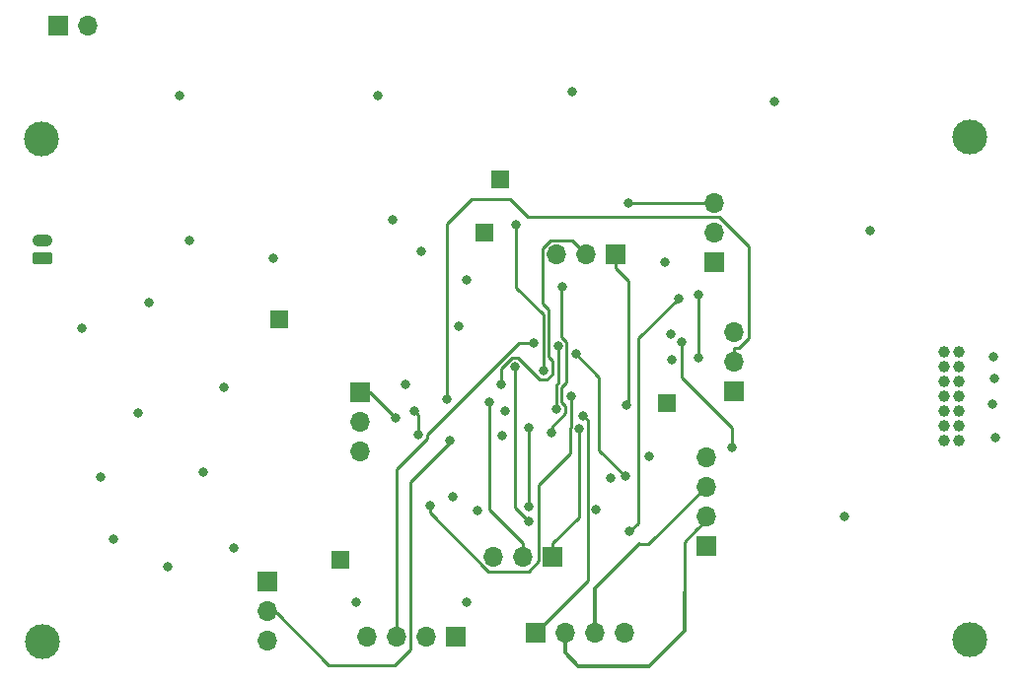
<source format=gbr>
%TF.GenerationSoftware,KiCad,Pcbnew,8.0.6*%
%TF.CreationDate,2024-12-13T11:58:04-05:00*%
%TF.ProjectId,11_9_design,31315f39-5f64-4657-9369-676e2e6b6963,v6*%
%TF.SameCoordinates,Original*%
%TF.FileFunction,Copper,L4,Bot*%
%TF.FilePolarity,Positive*%
%FSLAX46Y46*%
G04 Gerber Fmt 4.6, Leading zero omitted, Abs format (unit mm)*
G04 Created by KiCad (PCBNEW 8.0.6) date 2024-12-13 11:58:04*
%MOMM*%
%LPD*%
G01*
G04 APERTURE LIST*
G04 Aperture macros list*
%AMRoundRect*
0 Rectangle with rounded corners*
0 $1 Rounding radius*
0 $2 $3 $4 $5 $6 $7 $8 $9 X,Y pos of 4 corners*
0 Add a 4 corners polygon primitive as box body*
4,1,4,$2,$3,$4,$5,$6,$7,$8,$9,$2,$3,0*
0 Add four circle primitives for the rounded corners*
1,1,$1+$1,$2,$3*
1,1,$1+$1,$4,$5*
1,1,$1+$1,$6,$7*
1,1,$1+$1,$8,$9*
0 Add four rect primitives between the rounded corners*
20,1,$1+$1,$2,$3,$4,$5,0*
20,1,$1+$1,$4,$5,$6,$7,0*
20,1,$1+$1,$6,$7,$8,$9,0*
20,1,$1+$1,$8,$9,$2,$3,0*%
G04 Aperture macros list end*
%TA.AperFunction,ComponentPad*%
%ADD10C,3.000000*%
%TD*%
%TA.AperFunction,ComponentPad*%
%ADD11C,1.000000*%
%TD*%
%TA.AperFunction,ComponentPad*%
%ADD12R,1.700000X1.700000*%
%TD*%
%TA.AperFunction,ComponentPad*%
%ADD13O,1.700000X1.700000*%
%TD*%
%TA.AperFunction,ComponentPad*%
%ADD14RoundRect,0.250000X0.615000X-0.265000X0.615000X0.265000X-0.615000X0.265000X-0.615000X-0.265000X0*%
%TD*%
%TA.AperFunction,ComponentPad*%
%ADD15O,1.730000X1.030000*%
%TD*%
%TA.AperFunction,ComponentPad*%
%ADD16RoundRect,0.250000X-0.550000X-0.550000X0.550000X-0.550000X0.550000X0.550000X-0.550000X0.550000X0*%
%TD*%
%TA.AperFunction,ViaPad*%
%ADD17C,0.800000*%
%TD*%
%TA.AperFunction,Conductor*%
%ADD18C,0.250000*%
%TD*%
%TA.AperFunction,Conductor*%
%ADD19C,0.300000*%
%TD*%
G04 APERTURE END LIST*
D10*
%TO.P,,*%
%TO.N,GND*%
X135300000Y-88900000D03*
%TD*%
%TO.P,,*%
%TO.N,GND*%
X135300000Y-132100000D03*
%TD*%
%TO.P,,*%
%TO.N,GND*%
X55700000Y-132200000D03*
%TD*%
%TO.P,,*%
%TO.N,GND*%
X55650000Y-89050000D03*
%TD*%
D11*
%TO.P,J12,1,Pin_1*%
%TO.N,unconnected-(J12-Pin_1-Pad1)*%
X134320000Y-107380000D03*
%TO.P,J12,2,Pin_2*%
%TO.N,unconnected-(J12-Pin_2-Pad2)*%
X133050000Y-107380000D03*
%TO.P,J12,3,Pin_3*%
%TO.N,+3.3V*%
X134320000Y-108650000D03*
%TO.P,J12,4,Pin_4*%
%TO.N,Net-(J12-Pin_4)*%
X133050000Y-108650000D03*
%TO.P,J12,5,Pin_5*%
%TO.N,GND*%
X134320000Y-109920000D03*
%TO.P,J12,6,Pin_6*%
%TO.N,Net-(J12-Pin_6)*%
X133050000Y-109920000D03*
%TO.P,J12,7,Pin_7*%
%TO.N,GND*%
X134320000Y-111190000D03*
%TO.P,J12,8,Pin_8*%
%TO.N,Net-(J12-Pin_8)*%
X133050000Y-111190000D03*
%TO.P,J12,9,Pin_9*%
%TO.N,unconnected-(J12-Pin_9-Pad9)*%
X134320000Y-112460000D03*
%TO.P,J12,10,Pin_10*%
%TO.N,unconnected-(J12-Pin_10-Pad10)*%
X133050000Y-112460000D03*
%TO.P,J12,11,Pin_11*%
%TO.N,GND*%
X134320000Y-113730000D03*
%TO.P,J12,12,Pin_12*%
%TO.N,Net-(J12-Pin_12)*%
X133050000Y-113730000D03*
%TO.P,J12,13,Pin_13*%
%TO.N,/A1_UART4_RX*%
X134320000Y-115000000D03*
%TO.P,J12,14,Pin_14*%
%TO.N,/A0_UART4_TX*%
X133050000Y-115000000D03*
%TD*%
D12*
%TO.P,J5,1,Pin_1*%
%TO.N,Net-(J5-Pin_1)*%
X57075000Y-79350000D03*
D13*
%TO.P,J5,2,Pin_2*%
%TO.N,GPIO_OUT_C15*%
X59615000Y-79350000D03*
%TD*%
D12*
%TO.P,J4,1,Pin_1*%
%TO.N,/A0_UART4_TX*%
X82918300Y-110840000D03*
D13*
%TO.P,J4,2,Pin_2*%
%TO.N,/A1_UART4_RX*%
X82918300Y-113380000D03*
%TO.P,J4,3,Pin_3*%
%TO.N,GND*%
X82918300Y-115920000D03*
%TD*%
D14*
%TO.P,J11,1,Pin_1*%
%TO.N,Net-(J11-Pin_1)*%
X55718300Y-99280000D03*
D15*
%TO.P,J11,2,Pin_2*%
%TO.N,GND*%
X55718300Y-97780000D03*
%TD*%
D16*
%TO.P,J7,1,Pin_1*%
%TO.N,Net-(J7-Pin_1)*%
X93650000Y-97100000D03*
%TD*%
D12*
%TO.P,J1,1,Pin_1*%
%TO.N,GPIO_OUT_B15*%
X98010000Y-131450000D03*
D13*
%TO.P,J1,2,Pin_2*%
%TO.N,/I2C4_SCL*%
X100550000Y-131450000D03*
%TO.P,J1,3,Pin_3*%
%TO.N,/I2C4_SDA*%
X103090000Y-131450000D03*
%TO.P,J1,4,Pin_4*%
%TO.N,GND*%
X105630000Y-131450000D03*
%TD*%
D12*
%TO.P,J2,1,Pin_1*%
%TO.N,+5V*%
X91168300Y-131830000D03*
D13*
%TO.P,J2,2,Pin_2*%
%TO.N,/I2C3_SCL*%
X88628300Y-131830000D03*
%TO.P,J2,3,Pin_3*%
%TO.N,/I2C3_SDA*%
X86088300Y-131830000D03*
%TO.P,J2,4,Pin_4*%
%TO.N,GND*%
X83548300Y-131830000D03*
%TD*%
D12*
%TO.P,J10,1,Pin_1*%
%TO.N,GPIO_OUT_B13*%
X115068300Y-110705000D03*
D13*
%TO.P,J10,2,Pin_2*%
%TO.N,/ADC1_IN3*%
X115068300Y-108165000D03*
%TO.P,J10,3,Pin_3*%
%TO.N,GND*%
X115068300Y-105625000D03*
%TD*%
D16*
%TO.P,J15,1,Pin_1*%
%TO.N,/STM_CLK*%
X109318300Y-111780000D03*
%TD*%
D12*
%TO.P,J6,1,Pin_1*%
%TO.N,GPIO_OUT_B14*%
X104893300Y-98980000D03*
D13*
%TO.P,J6,2,Pin_2*%
%TO.N,/ADC1_IN1*%
X102353300Y-98980000D03*
%TO.P,J6,3,Pin_3*%
%TO.N,GND*%
X99813300Y-98980000D03*
%TD*%
D12*
%TO.P,J3,1,Pin_1*%
%TO.N,GPIO_OUT_C14*%
X112638300Y-123980000D03*
D13*
%TO.P,J3,2,Pin_2*%
%TO.N,/I2C4_SCL*%
X112638300Y-121440000D03*
%TO.P,J3,3,Pin_3*%
%TO.N,/I2C4_SDA*%
X112638300Y-118900000D03*
%TO.P,J3,4,Pin_4*%
%TO.N,GND*%
X112638300Y-116360000D03*
%TD*%
D12*
%TO.P,J23,1,Pin_1*%
%TO.N,/GPIO_OUT_A15*%
X113318300Y-99605000D03*
D13*
%TO.P,J23,2,Pin_2*%
%TO.N,/GPIO_OUT_C12*%
X113318300Y-97065000D03*
%TO.P,J23,3,Pin_3*%
%TO.N,/GPIO_OUT_B6*%
X113318300Y-94525000D03*
%TD*%
D12*
%TO.P,J9,1,Pin_1*%
%TO.N,GPIO_OUT_B12*%
X99508300Y-124980000D03*
D13*
%TO.P,J9,2,Pin_2*%
%TO.N,/ADC1_IN4*%
X96968300Y-124980000D03*
%TO.P,J9,3,Pin_3*%
%TO.N,GND*%
X94428300Y-124980000D03*
%TD*%
D16*
%TO.P,J13,1,Pin_1*%
%TO.N,+5V*%
X81268300Y-125180000D03*
%TD*%
%TO.P,J14,1,Pin_1*%
%TO.N,+3.3V*%
X95000000Y-92500000D03*
%TD*%
%TO.P,J8,1,Pin_1*%
%TO.N,GND*%
X76000000Y-104550000D03*
%TD*%
D12*
%TO.P,J22,1,Pin_1*%
%TO.N,/GPIO_IN_A3*%
X75018300Y-127080000D03*
D13*
%TO.P,J22,2,Pin_2*%
%TO.N,/GPIO_IN_A2*%
X75018300Y-129620000D03*
%TO.P,J22,3,Pin_3*%
%TO.N,/GPIO_IN_A4*%
X75018300Y-132160000D03*
%TD*%
D17*
%TO.N,GND*%
X137250000Y-111800000D03*
X137450000Y-114750000D03*
X67500000Y-85300000D03*
X137400000Y-109650000D03*
%TO.N,+3.3V*%
X137300000Y-107750000D03*
%TO.N,GND*%
X118496600Y-85805700D03*
X95168300Y-114530000D03*
X84443200Y-85346600D03*
X71318300Y-110430000D03*
X69518300Y-117680000D03*
X101196600Y-84950000D03*
X107768300Y-116330000D03*
X109718300Y-108030000D03*
X124500000Y-121450000D03*
X66468300Y-125780000D03*
X72100000Y-124150000D03*
X92118300Y-101180000D03*
X61768300Y-123430000D03*
X68350000Y-97800000D03*
X64868300Y-103130000D03*
X95418300Y-112405000D03*
X63950000Y-112600000D03*
X103210200Y-120887200D03*
%TO.N,+3.3VA*%
X87645200Y-112391600D03*
X87986300Y-114449700D03*
%TO.N,/NRST*%
X110568300Y-106527400D03*
X114850000Y-115533200D03*
%TO.N,+5V*%
X60668300Y-118130000D03*
X82650000Y-128850000D03*
X92118300Y-128830000D03*
%TO.N,/I2C3_SDA*%
X97900000Y-106575000D03*
%TO.N,/GPIO_OUT_B6*%
X106000000Y-94600000D03*
%TO.N,/ADC1_IN4*%
X94069600Y-111630000D03*
%TO.N,/ADC1_IN1*%
X95048500Y-110131600D03*
%TO.N,/ADC1_IN3*%
X90377200Y-111374700D03*
%TO.N,/SW_DIO*%
X112015900Y-107862400D03*
X112015900Y-102462100D03*
%TO.N,GPIO_OUT_B15*%
X102093500Y-112825600D03*
%TO.N,GPIO_OUT_C14*%
X96239300Y-108581600D03*
X97400000Y-121900000D03*
%TO.N,GPIO_OUT_B14*%
X105845600Y-111945600D03*
%TO.N,/A0_UART4_TX*%
X85993900Y-113026700D03*
%TO.N,/A1_UART4_RX*%
X97416900Y-113869000D03*
X97416900Y-120650000D03*
%TO.N,GPIO_OUT_B12*%
X101758783Y-113951490D03*
%TO.N,GPIO_IN_B1*%
X99350000Y-114300000D03*
X100350000Y-101750000D03*
%TO.N,GPIO_IN_A10*%
X98713200Y-108984700D03*
X96350000Y-96450000D03*
%TO.N,GPIO_IN_B2*%
X106113900Y-122791100D03*
X110294300Y-102744300D03*
%TO.N,+3.3V*%
X126750000Y-96950000D03*
X75518300Y-99330000D03*
X59125000Y-105300000D03*
X91400000Y-105150000D03*
X88218300Y-98730000D03*
X109668300Y-105830000D03*
X109118300Y-99680000D03*
X93050000Y-121000000D03*
X85718300Y-96030000D03*
X86850000Y-110150000D03*
X90918300Y-119830000D03*
X104468300Y-118175000D03*
%TO.N,GPIO_OUT_C13*%
X105750000Y-118050000D03*
X101461600Y-107541900D03*
%TO.N,GPIO_IN_C6*%
X99813500Y-112288000D03*
X99962700Y-106809200D03*
%TO.N,/GPIO_IN_A2*%
X90693300Y-114943200D03*
%TO.N,GPO_5V_EN*%
X101044000Y-111130000D03*
X88950000Y-120550000D03*
%TD*%
D18*
%TO.N,/NRST*%
X114850000Y-115533200D02*
X114850000Y-113861700D01*
X110568300Y-109580000D02*
X110568300Y-106527400D01*
X114850000Y-113861700D02*
X110568300Y-109580000D01*
%TO.N,+3.3VA*%
X87645200Y-112391600D02*
X87986300Y-112732700D01*
X87986300Y-112732700D02*
X87986300Y-114449700D01*
%TO.N,/I2C4_SCL*%
X110775000Y-123671000D02*
X110775000Y-128011600D01*
D19*
X101675000Y-134325000D02*
X107775000Y-134325000D01*
D18*
X111829300Y-122616700D02*
X110775000Y-123671000D01*
X112638300Y-121836700D02*
X111858300Y-122616700D01*
D19*
X100550000Y-133200000D02*
X101675000Y-134325000D01*
D18*
X111858300Y-122616700D02*
X111829300Y-122616700D01*
D19*
X107775000Y-134325000D02*
X110775000Y-131325000D01*
X110775000Y-131325000D02*
X110775000Y-128011600D01*
X100550000Y-131450000D02*
X100550000Y-133200000D01*
D18*
X112638300Y-121440000D02*
X112638300Y-121836700D01*
%TO.N,/I2C3_SDA*%
X97900000Y-106575000D02*
X96576300Y-106575000D01*
X86088300Y-117375400D02*
X86088300Y-131830000D01*
X88713000Y-114438300D02*
X88713000Y-114750700D01*
X96576300Y-106575000D02*
X88713000Y-114438300D01*
X88713000Y-114750700D02*
X86088300Y-117375400D01*
%TO.N,/GPIO_OUT_B6*%
X106075000Y-94525000D02*
X113318300Y-94525000D01*
X106000000Y-94600000D02*
X106075000Y-94525000D01*
%TO.N,/ADC1_IN4*%
X94069600Y-120904600D02*
X94069600Y-111630000D01*
X96968300Y-123803300D02*
X94069600Y-120904600D01*
X96968300Y-124980000D02*
X96968300Y-123803300D01*
%TO.N,/ADC1_IN1*%
X98997600Y-109728000D02*
X99461200Y-109264400D01*
X98615900Y-103199500D02*
X98615900Y-98437100D01*
X95963400Y-107828300D02*
X96511305Y-107828300D01*
X95048500Y-110131600D02*
X95048500Y-108743200D01*
X99135800Y-103719400D02*
X98615900Y-103199500D01*
X98615900Y-98437100D02*
X99276200Y-97776800D01*
X98411005Y-109728000D02*
X98997600Y-109728000D01*
X99276200Y-97776800D02*
X101176800Y-97776800D01*
X99135800Y-107747100D02*
X99135800Y-103719400D01*
X101176800Y-97776800D02*
X101400000Y-98000000D01*
X99461200Y-109264400D02*
X99461200Y-108072500D01*
X99461200Y-108072500D02*
X99135800Y-107747100D01*
X101400000Y-98000000D02*
X101400000Y-98026700D01*
X96511305Y-107828300D02*
X98411005Y-109728000D01*
X95048500Y-108743200D02*
X95963400Y-107828300D01*
X101400000Y-98026700D02*
X102353300Y-98980000D01*
%TO.N,/ADC1_IN3*%
X92550000Y-94200000D02*
X90377200Y-96372800D01*
X116290200Y-106134100D02*
X116290200Y-98266900D01*
X97340800Y-95744000D02*
X95796800Y-94200000D01*
X115068300Y-106988300D02*
X115436000Y-106988300D01*
X113767300Y-95744000D02*
X97340800Y-95744000D01*
X115068300Y-108165000D02*
X115068300Y-106988300D01*
X95796800Y-94200000D02*
X92550000Y-94200000D01*
X115436000Y-106988300D02*
X116290200Y-106134100D01*
X116290200Y-98266900D02*
X113767300Y-95744000D01*
X90377200Y-96372800D02*
X90377200Y-111374700D01*
%TO.N,/SW_DIO*%
X112015900Y-107862400D02*
X112015900Y-102462100D01*
%TO.N,GPIO_OUT_B15*%
X102485200Y-113217300D02*
X102485200Y-126974800D01*
X102485200Y-126974800D02*
X98010000Y-131450000D01*
X102093500Y-112825600D02*
X102485200Y-113217300D01*
%TO.N,GPIO_OUT_C14*%
X97400000Y-121900000D02*
X96239300Y-120739300D01*
X96239300Y-120739300D02*
X96239300Y-108581600D01*
%TO.N,GPIO_OUT_B14*%
X104893300Y-100156700D02*
X104893300Y-98980000D01*
X105950000Y-101213400D02*
X104893300Y-100156700D01*
X105845600Y-111945600D02*
X105950000Y-111841200D01*
X105950000Y-111841200D02*
X105950000Y-101213400D01*
%TO.N,/A0_UART4_TX*%
X82918300Y-110840000D02*
X83807200Y-110840000D01*
X83807200Y-110840000D02*
X85993900Y-113026700D01*
%TO.N,/A1_UART4_RX*%
X97416900Y-120650000D02*
X97416900Y-113869000D01*
%TO.N,GPIO_OUT_B12*%
X99508300Y-123803300D02*
X99508300Y-124980000D01*
X101758783Y-113951490D02*
X101758400Y-113951873D01*
X101758400Y-121553200D02*
X99508300Y-123803300D01*
X101758400Y-113951873D02*
X101758400Y-121553200D01*
%TO.N,GPIO_IN_B1*%
X99350000Y-113829400D02*
X99350000Y-114300000D01*
X100589200Y-112590200D02*
X99350000Y-113829400D01*
X100687700Y-106508895D02*
X100687700Y-109940396D01*
X100687700Y-109940396D02*
X100265200Y-110362896D01*
X100265200Y-106086395D02*
X100687700Y-106508895D01*
X100265200Y-111664200D02*
X100589200Y-111988200D01*
X100589200Y-111988200D02*
X100589200Y-112590200D01*
X100265200Y-110362896D02*
X100265200Y-111664200D01*
X100265200Y-101834800D02*
X100265200Y-106086395D01*
X100350000Y-101750000D02*
X100265200Y-101834800D01*
%TO.N,GPIO_IN_A10*%
X98684100Y-104161100D02*
X98684100Y-108955600D01*
X98684100Y-108955600D02*
X98713200Y-108984700D01*
X96350000Y-101827000D02*
X98684100Y-104161100D01*
X96350000Y-96450000D02*
X96350000Y-101827000D01*
%TO.N,GPIO_IN_B2*%
X110294300Y-102744300D02*
X106850000Y-106188600D01*
X106850000Y-106188600D02*
X106850000Y-122055000D01*
X106850000Y-122055000D02*
X106113900Y-122791100D01*
%TO.N,GPIO_OUT_C13*%
X103486500Y-115786500D02*
X103486500Y-109566800D01*
X105750000Y-118050000D02*
X103486500Y-115786500D01*
X103486500Y-109566800D02*
X101461600Y-107541900D01*
%TO.N,GPIO_IN_C6*%
X99813500Y-110178200D02*
X99813500Y-112288000D01*
X99962700Y-110029000D02*
X99813500Y-110178200D01*
X99962700Y-106809200D02*
X99962700Y-110029000D01*
%TO.N,/GPIO_IN_A2*%
X85951800Y-134229100D02*
X87275000Y-132905900D01*
X75869100Y-129819100D02*
X80279100Y-134229100D01*
X90693300Y-115125800D02*
X90693300Y-114943200D01*
X87275000Y-118544100D02*
X90693300Y-115125800D01*
X87275000Y-132905900D02*
X87275000Y-118544100D01*
X80279100Y-134229100D02*
X85951800Y-134229100D01*
X75001800Y-129819100D02*
X75869100Y-129819100D01*
%TO.N,GPO_5V_EN*%
X93988500Y-126207600D02*
X88950000Y-121169100D01*
X101044000Y-113830200D02*
X101031700Y-113842500D01*
X101044000Y-111130000D02*
X101044000Y-113830200D01*
X98312200Y-125306000D02*
X97410600Y-126207600D01*
X98312200Y-118778000D02*
X98312200Y-125306000D01*
X101031700Y-116058500D02*
X98312200Y-118778000D01*
X88950000Y-121169100D02*
X88950000Y-120550000D01*
X97410600Y-126207600D02*
X93988500Y-126207600D01*
X101031700Y-113842500D02*
X101031700Y-116058500D01*
%TO.N,/I2C4_SDA*%
X106881800Y-123849800D02*
X107688500Y-123849800D01*
X107688500Y-123849800D02*
X112638300Y-118900000D01*
D19*
X103090000Y-127641600D02*
X106881800Y-123849800D01*
X103090000Y-131450000D02*
X103090000Y-127641600D01*
%TD*%
M02*

</source>
